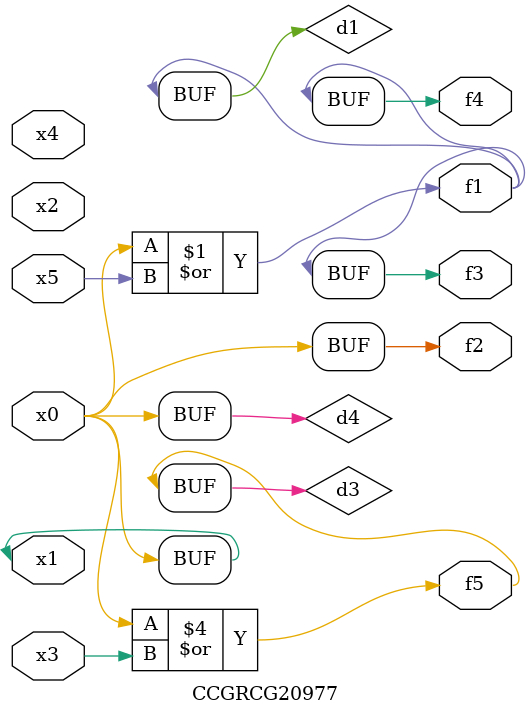
<source format=v>
module CCGRCG20977(
	input x0, x1, x2, x3, x4, x5,
	output f1, f2, f3, f4, f5
);

	wire d1, d2, d3, d4;

	or (d1, x0, x5);
	xnor (d2, x1, x4);
	or (d3, x0, x3);
	buf (d4, x0, x1);
	assign f1 = d1;
	assign f2 = d4;
	assign f3 = d1;
	assign f4 = d1;
	assign f5 = d3;
endmodule

</source>
